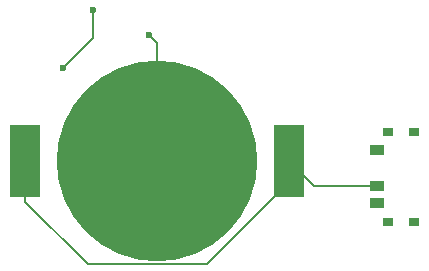
<source format=gbl>
G04 #@! TF.GenerationSoftware,KiCad,Pcbnew,7.0.1-0*
G04 #@! TF.CreationDate,2023-08-21T12:14:01+02:00*
G04 #@! TF.ProjectId,ghost,67686f73-742e-46b6-9963-61645f706362,rev?*
G04 #@! TF.SameCoordinates,Original*
G04 #@! TF.FileFunction,Copper,L4,Bot*
G04 #@! TF.FilePolarity,Positive*
%FSLAX46Y46*%
G04 Gerber Fmt 4.6, Leading zero omitted, Abs format (unit mm)*
G04 Created by KiCad (PCBNEW 7.0.1-0) date 2023-08-21 12:14:01*
%MOMM*%
%LPD*%
G01*
G04 APERTURE LIST*
G04 #@! TA.AperFunction,SMDPad,CuDef*
%ADD10R,2.560000X6.100000*%
G04 #@! TD*
G04 #@! TA.AperFunction,SMDPad,CuDef*
%ADD11C,17.000000*%
G04 #@! TD*
G04 #@! TA.AperFunction,SMDPad,CuDef*
%ADD12R,1.250000X0.900000*%
G04 #@! TD*
G04 #@! TA.AperFunction,SMDPad,CuDef*
%ADD13R,0.900000X0.800000*%
G04 #@! TD*
G04 #@! TA.AperFunction,ViaPad*
%ADD14C,0.600000*%
G04 #@! TD*
G04 #@! TA.AperFunction,Conductor*
%ADD15C,0.127000*%
G04 #@! TD*
G04 APERTURE END LIST*
D10*
X137610000Y-105230000D03*
X159950000Y-105230000D03*
D11*
X148780000Y-105230000D03*
D12*
X167345000Y-104330000D03*
X167345000Y-107330000D03*
X167345000Y-108830000D03*
D13*
X168320000Y-102780000D03*
X170520000Y-102780000D03*
X170520000Y-110380000D03*
X168320000Y-110380000D03*
D14*
X148080000Y-94580000D03*
X153340000Y-104630000D03*
X148780000Y-105230000D03*
X140770000Y-97360000D03*
X167345000Y-108830000D03*
X143320000Y-92440000D03*
D15*
X159950000Y-107000000D02*
X153010000Y-113940000D01*
X167345000Y-107330000D02*
X162050000Y-107330000D01*
X142880000Y-113940000D02*
X137610000Y-108670000D01*
X159950000Y-105230000D02*
X159950000Y-107000000D01*
X137610000Y-108670000D02*
X137610000Y-105230000D01*
X153010000Y-113940000D02*
X142880000Y-113940000D01*
X162050000Y-107330000D02*
X159950000Y-105230000D01*
X148780000Y-105230000D02*
X148780000Y-95280000D01*
X148780000Y-95280000D02*
X148080000Y-94580000D01*
X140770000Y-97360000D02*
X143320000Y-94810000D01*
X143320000Y-94810000D02*
X143320000Y-92440000D01*
M02*

</source>
